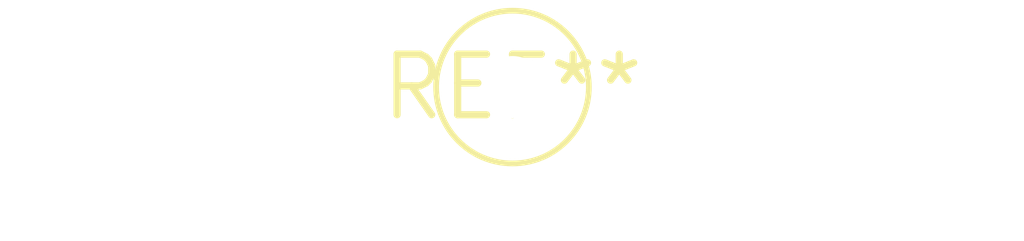
<source format=kicad_pcb>
(kicad_pcb (version 20240108) (generator pcbnew)
  (layers (0 "F.Cu" signal) (31 "B.Cu" signal) (34 "B.Paste" user) (35 "F.Paste" user) (36 "B.SilkS" user "B.Silkscreen") (37 "F.SilkS" user "F.Silkscreen") (38 "B.Mask" user) (39 "F.Mask" user) (44 "Edge.Cuts" user))
  (net 0 "")
  (footprint "Pin_D1.3mm_L11.0mm" (layer "F.Cu") (at 0 0)
    (property "Reference" "REF**")
    (property "Value" "Pin_D1.3mm_L11.0mm")
    (fp_circle (center 0 0) (end 1.6 0.05) (layer "F.SilkS") (stroke (width 0.12)) (fill none))
    (pad "1" thru_hole circle (at 0 0) (size 2.6 2.6) (drill 1.3) (layers *.Cu *.Mask) (remove_unused_layers))
  )
)
</source>
